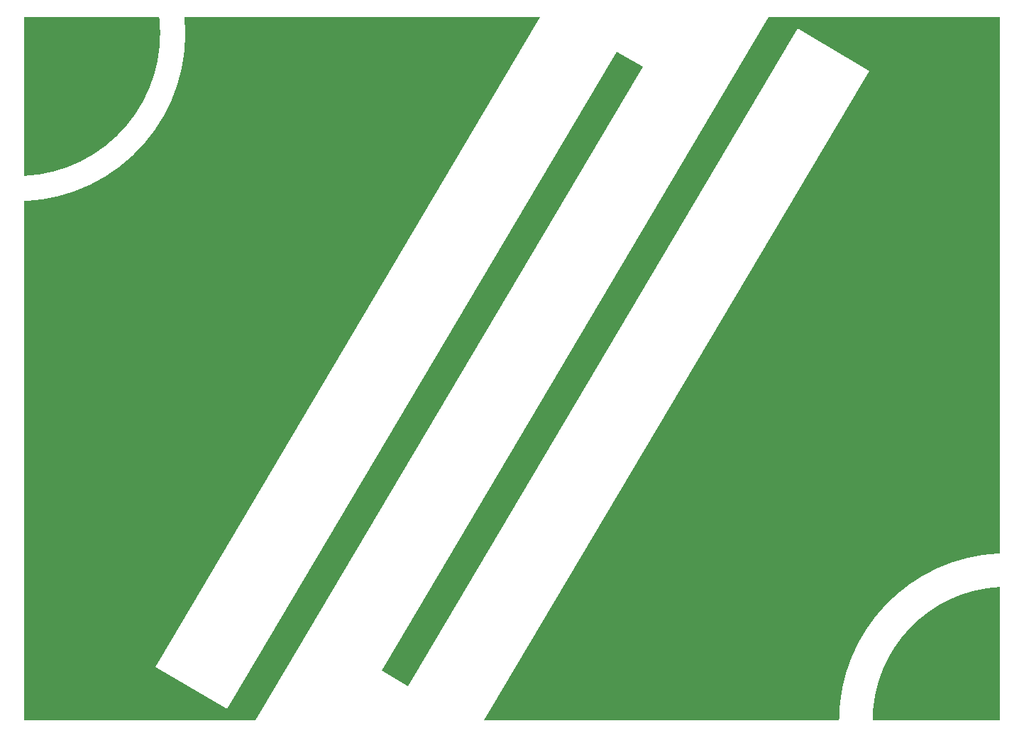
<source format=gbr>
G04 =======================================* 
G04 File Format: RS-274X * 
G04 Date:        November 26 2022 * 
G04 Time:        10:14:24 * 
G04 =======================================* 
G04 Format description *** 
G04 Code:          ASCII * 
G04 Unit:          Millimeter * 
G04 Coordinates:   Absolut * 
G04 Digits:        3.3-format * 
G04 Zeros skipped: Leading zeros omitted * 
G04 =======================================* 
%FSLAX33Y33*%
%MOMM*%
G90*
G71*
%LPD*%
G36*
G01X35611Y-69917D02*
G01X38742Y-71772D01*
G01X85235Y6686D01*
G01X93759Y1635D01*
G01X47837Y-75859D01*
G75*
G01X90192Y-75859D01*
G02X109392Y-55926I19999J-50D01*
G01X109392Y-55926D01*
G01X109392Y8040D01*
G01X81806Y8040D01*
G37*
%LPD*%
G36*
G01X17146Y-74505D02*
G01X8624Y-69455D01*
G01X54546Y8040D01*
G75*
G01X12096Y8040D01*
G02X-7007Y-13893I-19904J-1950D01*
G01X-7007Y-13893D01*
G01X-7007Y-75859D01*
G01X20575Y-75859D01*
G01X66771Y2098D01*
G01X63639Y3953D01*
G37*
%LPD*%
G36*
G01X-7007Y8040D02*
G75*
G01X-7007Y-10891D01*
G03X9080Y8040I-800J16981D01*
G01X9080Y8040D01*
G37*
%LPD*%
G36*
G01X94192Y-75859D02*
G01X109392Y-75859D01*
G75*
G01X109392Y-59929D01*
G03X94192Y-75859I800J-15980D01*
G37*
M02* 
G04 End Of Gerber File* 

</source>
